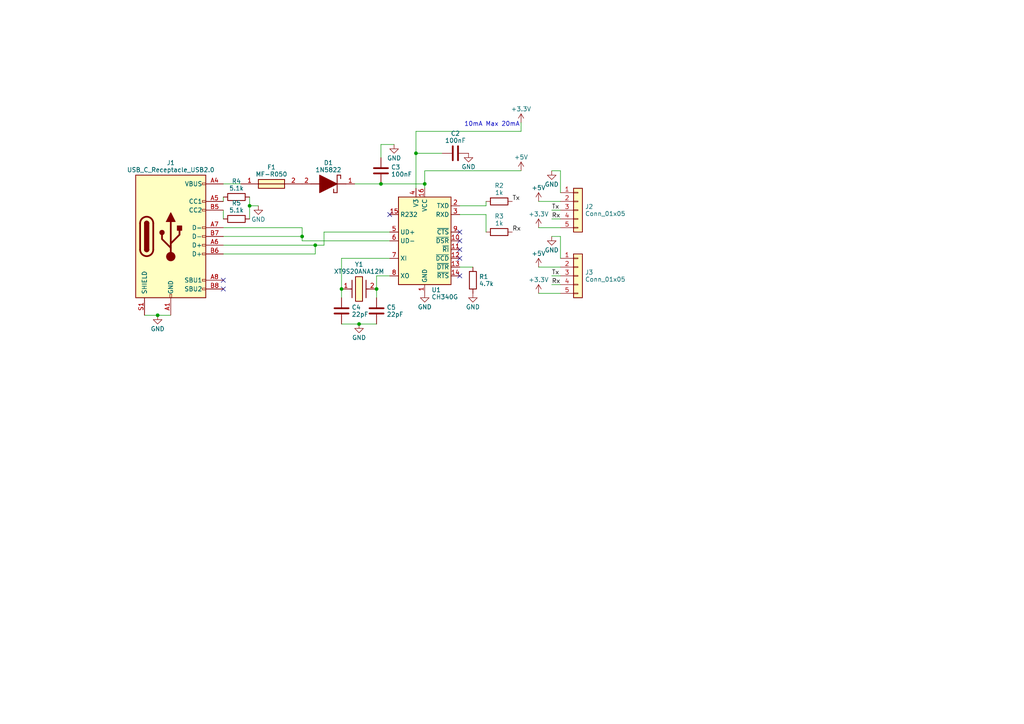
<source format=kicad_sch>
(kicad_sch (version 20230121) (generator eeschema)

  (uuid 29cc80e4-3e31-4a39-9347-8a96ce04d227)

  (paper "A4")

  (lib_symbols
    (symbol "Connector:USB_C_Receptacle_USB2.0" (pin_names (offset 1.016)) (in_bom yes) (on_board yes)
      (property "Reference" "J" (at -10.16 19.05 0)
        (effects (font (size 1.27 1.27)) (justify left))
      )
      (property "Value" "USB_C_Receptacle_USB2.0" (at 19.05 19.05 0)
        (effects (font (size 1.27 1.27)) (justify right))
      )
      (property "Footprint" "" (at 3.81 0 0)
        (effects (font (size 1.27 1.27)) hide)
      )
      (property "Datasheet" "https://www.usb.org/sites/default/files/documents/usb_type-c.zip" (at 3.81 0 0)
        (effects (font (size 1.27 1.27)) hide)
      )
      (property "ki_keywords" "usb universal serial bus type-C USB2.0" (at 0 0 0)
        (effects (font (size 1.27 1.27)) hide)
      )
      (property "ki_description" "USB 2.0-only Type-C Receptacle connector" (at 0 0 0)
        (effects (font (size 1.27 1.27)) hide)
      )
      (property "ki_fp_filters" "USB*C*Receptacle*" (at 0 0 0)
        (effects (font (size 1.27 1.27)) hide)
      )
      (symbol "USB_C_Receptacle_USB2.0_0_0"
        (rectangle (start -0.254 -17.78) (end 0.254 -16.764)
          (stroke (width 0) (type default))
          (fill (type none))
        )
        (rectangle (start 10.16 -14.986) (end 9.144 -15.494)
          (stroke (width 0) (type default))
          (fill (type none))
        )
        (rectangle (start 10.16 -12.446) (end 9.144 -12.954)
          (stroke (width 0) (type default))
          (fill (type none))
        )
        (rectangle (start 10.16 -4.826) (end 9.144 -5.334)
          (stroke (width 0) (type default))
          (fill (type none))
        )
        (rectangle (start 10.16 -2.286) (end 9.144 -2.794)
          (stroke (width 0) (type default))
          (fill (type none))
        )
        (rectangle (start 10.16 0.254) (end 9.144 -0.254)
          (stroke (width 0) (type default))
          (fill (type none))
        )
        (rectangle (start 10.16 2.794) (end 9.144 2.286)
          (stroke (width 0) (type default))
          (fill (type none))
        )
        (rectangle (start 10.16 7.874) (end 9.144 7.366)
          (stroke (width 0) (type default))
          (fill (type none))
        )
        (rectangle (start 10.16 10.414) (end 9.144 9.906)
          (stroke (width 0) (type default))
          (fill (type none))
        )
        (rectangle (start 10.16 15.494) (end 9.144 14.986)
          (stroke (width 0) (type default))
          (fill (type none))
        )
      )
      (symbol "USB_C_Receptacle_USB2.0_0_1"
        (rectangle (start -10.16 17.78) (end 10.16 -17.78)
          (stroke (width 0.254) (type default))
          (fill (type background))
        )
        (arc (start -8.89 -3.81) (mid -6.985 -5.7067) (end -5.08 -3.81)
          (stroke (width 0.508) (type default))
          (fill (type none))
        )
        (arc (start -7.62 -3.81) (mid -6.985 -4.4423) (end -6.35 -3.81)
          (stroke (width 0.254) (type default))
          (fill (type none))
        )
        (arc (start -7.62 -3.81) (mid -6.985 -4.4423) (end -6.35 -3.81)
          (stroke (width 0.254) (type default))
          (fill (type outline))
        )
        (rectangle (start -7.62 -3.81) (end -6.35 3.81)
          (stroke (width 0.254) (type default))
          (fill (type outline))
        )
        (arc (start -6.35 3.81) (mid -6.985 4.4423) (end -7.62 3.81)
          (stroke (width 0.254) (type default))
          (fill (type none))
        )
        (arc (start -6.35 3.81) (mid -6.985 4.4423) (end -7.62 3.81)
          (stroke (width 0.254) (type default))
          (fill (type outline))
        )
        (arc (start -5.08 3.81) (mid -6.985 5.7067) (end -8.89 3.81)
          (stroke (width 0.508) (type default))
          (fill (type none))
        )
        (circle (center -2.54 1.143) (radius 0.635)
          (stroke (width 0.254) (type default))
          (fill (type outline))
        )
        (circle (center 0 -5.842) (radius 1.27)
          (stroke (width 0) (type default))
          (fill (type outline))
        )
        (polyline
          (pts
            (xy -8.89 -3.81)
            (xy -8.89 3.81)
          )
          (stroke (width 0.508) (type default))
          (fill (type none))
        )
        (polyline
          (pts
            (xy -5.08 3.81)
            (xy -5.08 -3.81)
          )
          (stroke (width 0.508) (type default))
          (fill (type none))
        )
        (polyline
          (pts
            (xy 0 -5.842)
            (xy 0 4.318)
          )
          (stroke (width 0.508) (type default))
          (fill (type none))
        )
        (polyline
          (pts
            (xy 0 -3.302)
            (xy -2.54 -0.762)
            (xy -2.54 0.508)
          )
          (stroke (width 0.508) (type default))
          (fill (type none))
        )
        (polyline
          (pts
            (xy 0 -2.032)
            (xy 2.54 0.508)
            (xy 2.54 1.778)
          )
          (stroke (width 0.508) (type default))
          (fill (type none))
        )
        (polyline
          (pts
            (xy -1.27 4.318)
            (xy 0 6.858)
            (xy 1.27 4.318)
            (xy -1.27 4.318)
          )
          (stroke (width 0.254) (type default))
          (fill (type outline))
        )
        (rectangle (start 1.905 1.778) (end 3.175 3.048)
          (stroke (width 0.254) (type default))
          (fill (type outline))
        )
      )
      (symbol "USB_C_Receptacle_USB2.0_1_1"
        (pin passive line (at 0 -22.86 90) (length 5.08)
          (name "GND" (effects (font (size 1.27 1.27))))
          (number "A1" (effects (font (size 1.27 1.27))))
        )
        (pin passive line (at 0 -22.86 90) (length 5.08) hide
          (name "GND" (effects (font (size 1.27 1.27))))
          (number "A12" (effects (font (size 1.27 1.27))))
        )
        (pin passive line (at 15.24 15.24 180) (length 5.08)
          (name "VBUS" (effects (font (size 1.27 1.27))))
          (number "A4" (effects (font (size 1.27 1.27))))
        )
        (pin bidirectional line (at 15.24 10.16 180) (length 5.08)
          (name "CC1" (effects (font (size 1.27 1.27))))
          (number "A5" (effects (font (size 1.27 1.27))))
        )
        (pin bidirectional line (at 15.24 -2.54 180) (length 5.08)
          (name "D+" (effects (font (size 1.27 1.27))))
          (number "A6" (effects (font (size 1.27 1.27))))
        )
        (pin bidirectional line (at 15.24 2.54 180) (length 5.08)
          (name "D-" (effects (font (size 1.27 1.27))))
          (number "A7" (effects (font (size 1.27 1.27))))
        )
        (pin bidirectional line (at 15.24 -12.7 180) (length 5.08)
          (name "SBU1" (effects (font (size 1.27 1.27))))
          (number "A8" (effects (font (size 1.27 1.27))))
        )
        (pin passive line (at 15.24 15.24 180) (length 5.08) hide
          (name "VBUS" (effects (font (size 1.27 1.27))))
          (number "A9" (effects (font (size 1.27 1.27))))
        )
        (pin passive line (at 0 -22.86 90) (length 5.08) hide
          (name "GND" (effects (font (size 1.27 1.27))))
          (number "B1" (effects (font (size 1.27 1.27))))
        )
        (pin passive line (at 0 -22.86 90) (length 5.08) hide
          (name "GND" (effects (font (size 1.27 1.27))))
          (number "B12" (effects (font (size 1.27 1.27))))
        )
        (pin passive line (at 15.24 15.24 180) (length 5.08) hide
          (name "VBUS" (effects (font (size 1.27 1.27))))
          (number "B4" (effects (font (size 1.27 1.27))))
        )
        (pin bidirectional line (at 15.24 7.62 180) (length 5.08)
          (name "CC2" (effects (font (size 1.27 1.27))))
          (number "B5" (effects (font (size 1.27 1.27))))
        )
        (pin bidirectional line (at 15.24 -5.08 180) (length 5.08)
          (name "D+" (effects (font (size 1.27 1.27))))
          (number "B6" (effects (font (size 1.27 1.27))))
        )
        (pin bidirectional line (at 15.24 0 180) (length 5.08)
          (name "D-" (effects (font (size 1.27 1.27))))
          (number "B7" (effects (font (size 1.27 1.27))))
        )
        (pin bidirectional line (at 15.24 -15.24 180) (length 5.08)
          (name "SBU2" (effects (font (size 1.27 1.27))))
          (number "B8" (effects (font (size 1.27 1.27))))
        )
        (pin passive line (at 15.24 15.24 180) (length 5.08) hide
          (name "VBUS" (effects (font (size 1.27 1.27))))
          (number "B9" (effects (font (size 1.27 1.27))))
        )
        (pin passive line (at -7.62 -22.86 90) (length 5.08)
          (name "SHIELD" (effects (font (size 1.27 1.27))))
          (number "S1" (effects (font (size 1.27 1.27))))
        )
      )
    )
    (symbol "Connector_Generic:Conn_01x05" (pin_names (offset 1.016) hide) (in_bom yes) (on_board yes)
      (property "Reference" "J" (at 0 7.62 0)
        (effects (font (size 1.27 1.27)))
      )
      (property "Value" "Conn_01x05" (at 0 -7.62 0)
        (effects (font (size 1.27 1.27)))
      )
      (property "Footprint" "" (at 0 0 0)
        (effects (font (size 1.27 1.27)) hide)
      )
      (property "Datasheet" "~" (at 0 0 0)
        (effects (font (size 1.27 1.27)) hide)
      )
      (property "ki_keywords" "connector" (at 0 0 0)
        (effects (font (size 1.27 1.27)) hide)
      )
      (property "ki_description" "Generic connector, single row, 01x05, script generated (kicad-library-utils/schlib/autogen/connector/)" (at 0 0 0)
        (effects (font (size 1.27 1.27)) hide)
      )
      (property "ki_fp_filters" "Connector*:*_1x??_*" (at 0 0 0)
        (effects (font (size 1.27 1.27)) hide)
      )
      (symbol "Conn_01x05_1_1"
        (rectangle (start -1.27 -4.953) (end 0 -5.207)
          (stroke (width 0.1524) (type default))
          (fill (type none))
        )
        (rectangle (start -1.27 -2.413) (end 0 -2.667)
          (stroke (width 0.1524) (type default))
          (fill (type none))
        )
        (rectangle (start -1.27 0.127) (end 0 -0.127)
          (stroke (width 0.1524) (type default))
          (fill (type none))
        )
        (rectangle (start -1.27 2.667) (end 0 2.413)
          (stroke (width 0.1524) (type default))
          (fill (type none))
        )
        (rectangle (start -1.27 5.207) (end 0 4.953)
          (stroke (width 0.1524) (type default))
          (fill (type none))
        )
        (rectangle (start -1.27 6.35) (end 1.27 -6.35)
          (stroke (width 0.254) (type default))
          (fill (type background))
        )
        (pin passive line (at -5.08 5.08 0) (length 3.81)
          (name "Pin_1" (effects (font (size 1.27 1.27))))
          (number "1" (effects (font (size 1.27 1.27))))
        )
        (pin passive line (at -5.08 2.54 0) (length 3.81)
          (name "Pin_2" (effects (font (size 1.27 1.27))))
          (number "2" (effects (font (size 1.27 1.27))))
        )
        (pin passive line (at -5.08 0 0) (length 3.81)
          (name "Pin_3" (effects (font (size 1.27 1.27))))
          (number "3" (effects (font (size 1.27 1.27))))
        )
        (pin passive line (at -5.08 -2.54 0) (length 3.81)
          (name "Pin_4" (effects (font (size 1.27 1.27))))
          (number "4" (effects (font (size 1.27 1.27))))
        )
        (pin passive line (at -5.08 -5.08 0) (length 3.81)
          (name "Pin_5" (effects (font (size 1.27 1.27))))
          (number "5" (effects (font (size 1.27 1.27))))
        )
      )
    )
    (symbol "Device:C" (pin_numbers hide) (pin_names (offset 0.254)) (in_bom yes) (on_board yes)
      (property "Reference" "C" (at 0.635 2.54 0)
        (effects (font (size 1.27 1.27)) (justify left))
      )
      (property "Value" "C" (at 0.635 -2.54 0)
        (effects (font (size 1.27 1.27)) (justify left))
      )
      (property "Footprint" "" (at 0.9652 -3.81 0)
        (effects (font (size 1.27 1.27)) hide)
      )
      (property "Datasheet" "~" (at 0 0 0)
        (effects (font (size 1.27 1.27)) hide)
      )
      (property "ki_keywords" "cap capacitor" (at 0 0 0)
        (effects (font (size 1.27 1.27)) hide)
      )
      (property "ki_description" "Unpolarized capacitor" (at 0 0 0)
        (effects (font (size 1.27 1.27)) hide)
      )
      (property "ki_fp_filters" "C_*" (at 0 0 0)
        (effects (font (size 1.27 1.27)) hide)
      )
      (symbol "C_0_1"
        (polyline
          (pts
            (xy -2.032 -0.762)
            (xy 2.032 -0.762)
          )
          (stroke (width 0.508) (type default))
          (fill (type none))
        )
        (polyline
          (pts
            (xy -2.032 0.762)
            (xy 2.032 0.762)
          )
          (stroke (width 0.508) (type default))
          (fill (type none))
        )
      )
      (symbol "C_1_1"
        (pin passive line (at 0 3.81 270) (length 2.794)
          (name "~" (effects (font (size 1.27 1.27))))
          (number "1" (effects (font (size 1.27 1.27))))
        )
        (pin passive line (at 0 -3.81 90) (length 2.794)
          (name "~" (effects (font (size 1.27 1.27))))
          (number "2" (effects (font (size 1.27 1.27))))
        )
      )
    )
    (symbol "Device:R" (pin_numbers hide) (pin_names (offset 0)) (in_bom yes) (on_board yes)
      (property "Reference" "R" (at 2.032 0 90)
        (effects (font (size 1.27 1.27)))
      )
      (property "Value" "R" (at 0 0 90)
        (effects (font (size 1.27 1.27)))
      )
      (property "Footprint" "" (at -1.778 0 90)
        (effects (font (size 1.27 1.27)) hide)
      )
      (property "Datasheet" "~" (at 0 0 0)
        (effects (font (size 1.27 1.27)) hide)
      )
      (property "ki_keywords" "R res resistor" (at 0 0 0)
        (effects (font (size 1.27 1.27)) hide)
      )
      (property "ki_description" "Resistor" (at 0 0 0)
        (effects (font (size 1.27 1.27)) hide)
      )
      (property "ki_fp_filters" "R_*" (at 0 0 0)
        (effects (font (size 1.27 1.27)) hide)
      )
      (symbol "R_0_1"
        (rectangle (start -1.016 -2.54) (end 1.016 2.54)
          (stroke (width 0.254) (type default))
          (fill (type none))
        )
      )
      (symbol "R_1_1"
        (pin passive line (at 0 3.81 270) (length 1.27)
          (name "~" (effects (font (size 1.27 1.27))))
          (number "1" (effects (font (size 1.27 1.27))))
        )
        (pin passive line (at 0 -3.81 90) (length 1.27)
          (name "~" (effects (font (size 1.27 1.27))))
          (number "2" (effects (font (size 1.27 1.27))))
        )
      )
    )
    (symbol "Fuse-MF-R050:MF-R050" (pin_names hide) (in_bom yes) (on_board yes)
      (property "Reference" "F" (at 13.97 6.35 0)
        (effects (font (size 1.27 1.27)) (justify left top))
      )
      (property "Value" "MF-R050" (at 13.97 3.81 0)
        (effects (font (size 1.27 1.27)) (justify left top))
      )
      (property "Footprint" "MFR050" (at 13.97 -96.19 0)
        (effects (font (size 1.27 1.27)) (justify left top) hide)
      )
      (property "Datasheet" "https://www.bourns.com/pdfs/mfr.pdf" (at 13.97 -196.19 0)
        (effects (font (size 1.27 1.27)) (justify left top) hide)
      )
      (property "Height" "13.7" (at 13.97 -396.19 0)
        (effects (font (size 1.27 1.27)) (justify left top) hide)
      )
      (property "Manufacturer_Name" "Bourns" (at 13.97 -496.19 0)
        (effects (font (size 1.27 1.27)) (justify left top) hide)
      )
      (property "Manufacturer_Part_Number" "MF-R050" (at 13.97 -596.19 0)
        (effects (font (size 1.27 1.27)) (justify left top) hide)
      )
      (property "Mouser Part Number" "652-MFR050" (at 13.97 -696.19 0)
        (effects (font (size 1.27 1.27)) (justify left top) hide)
      )
      (property "Mouser Price/Stock" "https://www.mouser.co.uk/ProductDetail/Bourns/MF-R050?qs=A6omU7D3gEWzJRzbTsuTwA%3D%3D" (at 13.97 -796.19 0)
        (effects (font (size 1.27 1.27)) (justify left top) hide)
      )
      (property "Arrow Part Number" "MF-R050" (at 13.97 -896.19 0)
        (effects (font (size 1.27 1.27)) (justify left top) hide)
      )
      (property "Arrow Price/Stock" "https://www.arrow.com/en/products/mf-r050/bourns?region=europe" (at 13.97 -996.19 0)
        (effects (font (size 1.27 1.27)) (justify left top) hide)
      )
      (property "ki_description" "Bourns 0.5A Hold current, Radial Leaded PCB Mount Resettable Fuse, 60V" (at 0 0 0)
        (effects (font (size 1.27 1.27)) hide)
      )
      (symbol "MF-R050_1_1"
        (polyline
          (pts
            (xy 5.08 0)
            (xy 12.7 0)
          )
          (stroke (width 0.254) (type default))
          (fill (type none))
        )
        (rectangle (start 5.08 1.27) (end 12.7 -1.27)
          (stroke (width 0.254) (type default))
          (fill (type background))
        )
        (pin passive line (at 0 0 0) (length 5.08)
          (name "1" (effects (font (size 1.27 1.27))))
          (number "1" (effects (font (size 1.27 1.27))))
        )
        (pin passive line (at 17.78 0 180) (length 5.08)
          (name "2" (effects (font (size 1.27 1.27))))
          (number "2" (effects (font (size 1.27 1.27))))
        )
      )
    )
    (symbol "Interface_USB:CH340G" (in_bom yes) (on_board yes)
      (property "Reference" "U" (at -5.08 13.97 0)
        (effects (font (size 1.27 1.27)) (justify right))
      )
      (property "Value" "CH340G" (at 1.27 13.97 0)
        (effects (font (size 1.27 1.27)) (justify left))
      )
      (property "Footprint" "Package_SO:SOIC-16_3.9x9.9mm_P1.27mm" (at 1.27 -13.97 0)
        (effects (font (size 1.27 1.27)) (justify left) hide)
      )
      (property "Datasheet" "http://www.datasheet5.com/pdf-local-2195953" (at -8.89 20.32 0)
        (effects (font (size 1.27 1.27)) hide)
      )
      (property "ki_keywords" "USB UART Serial Converter Interface" (at 0 0 0)
        (effects (font (size 1.27 1.27)) hide)
      )
      (property "ki_description" "USB serial converter, UART, SOIC-16" (at 0 0 0)
        (effects (font (size 1.27 1.27)) hide)
      )
      (property "ki_fp_filters" "SOIC*3.9x9.9mm*P1.27mm*" (at 0 0 0)
        (effects (font (size 1.27 1.27)) hide)
      )
      (symbol "CH340G_0_1"
        (rectangle (start -7.62 12.7) (end 7.62 -12.7)
          (stroke (width 0.254) (type default))
          (fill (type background))
        )
      )
      (symbol "CH340G_1_1"
        (pin power_in line (at 0 -15.24 90) (length 2.54)
          (name "GND" (effects (font (size 1.27 1.27))))
          (number "1" (effects (font (size 1.27 1.27))))
        )
        (pin input line (at 10.16 0 180) (length 2.54)
          (name "~{DSR}" (effects (font (size 1.27 1.27))))
          (number "10" (effects (font (size 1.27 1.27))))
        )
        (pin input line (at 10.16 -2.54 180) (length 2.54)
          (name "~{RI}" (effects (font (size 1.27 1.27))))
          (number "11" (effects (font (size 1.27 1.27))))
        )
        (pin input line (at 10.16 -5.08 180) (length 2.54)
          (name "~{DCD}" (effects (font (size 1.27 1.27))))
          (number "12" (effects (font (size 1.27 1.27))))
        )
        (pin output line (at 10.16 -7.62 180) (length 2.54)
          (name "~{DTR}" (effects (font (size 1.27 1.27))))
          (number "13" (effects (font (size 1.27 1.27))))
        )
        (pin output line (at 10.16 -10.16 180) (length 2.54)
          (name "~{RTS}" (effects (font (size 1.27 1.27))))
          (number "14" (effects (font (size 1.27 1.27))))
        )
        (pin input line (at -10.16 7.62 0) (length 2.54)
          (name "R232" (effects (font (size 1.27 1.27))))
          (number "15" (effects (font (size 1.27 1.27))))
        )
        (pin power_in line (at 0 15.24 270) (length 2.54)
          (name "VCC" (effects (font (size 1.27 1.27))))
          (number "16" (effects (font (size 1.27 1.27))))
        )
        (pin output line (at 10.16 10.16 180) (length 2.54)
          (name "TXD" (effects (font (size 1.27 1.27))))
          (number "2" (effects (font (size 1.27 1.27))))
        )
        (pin input line (at 10.16 7.62 180) (length 2.54)
          (name "RXD" (effects (font (size 1.27 1.27))))
          (number "3" (effects (font (size 1.27 1.27))))
        )
        (pin passive line (at -2.54 15.24 270) (length 2.54)
          (name "V3" (effects (font (size 1.27 1.27))))
          (number "4" (effects (font (size 1.27 1.27))))
        )
        (pin bidirectional line (at -10.16 2.54 0) (length 2.54)
          (name "UD+" (effects (font (size 1.27 1.27))))
          (number "5" (effects (font (size 1.27 1.27))))
        )
        (pin bidirectional line (at -10.16 0 0) (length 2.54)
          (name "UD-" (effects (font (size 1.27 1.27))))
          (number "6" (effects (font (size 1.27 1.27))))
        )
        (pin input line (at -10.16 -5.08 0) (length 2.54)
          (name "XI" (effects (font (size 1.27 1.27))))
          (number "7" (effects (font (size 1.27 1.27))))
        )
        (pin output line (at -10.16 -10.16 0) (length 2.54)
          (name "XO" (effects (font (size 1.27 1.27))))
          (number "8" (effects (font (size 1.27 1.27))))
        )
        (pin input line (at 10.16 2.54 180) (length 2.54)
          (name "~{CTS}" (effects (font (size 1.27 1.27))))
          (number "9" (effects (font (size 1.27 1.27))))
        )
      )
    )
    (symbol "XT9S20ANA12M:XT9S20ANA12M" (pin_names hide) (in_bom yes) (on_board yes)
      (property "Reference" "Y" (at 8.89 6.35 0)
        (effects (font (size 1.27 1.27)) (justify left top))
      )
      (property "Value" "XT9S20ANA12M" (at 8.89 3.81 0)
        (effects (font (size 1.27 1.27)) (justify left top))
      )
      (property "Footprint" "XT9S20ANA12M" (at 8.89 -96.19 0)
        (effects (font (size 1.27 1.27)) (justify left top) hide)
      )
      (property "Datasheet" "" (at 8.89 -196.19 0)
        (effects (font (size 1.27 1.27)) (justify left top) hide)
      )
      (property "Height" "3.5" (at 8.89 -396.19 0)
        (effects (font (size 1.27 1.27)) (justify left top) hide)
      )
      (property "Mouser Part Number" "73-XT49S1200-20" (at 8.89 -496.19 0)
        (effects (font (size 1.27 1.27)) (justify left top) hide)
      )
      (property "Mouser Price/Stock" "https://www.mouser.co.uk/ProductDetail/Vishay-Dale/XT9S20ANA12M?qs=dEWVFCiHFQU3RvQOkgKjqw%3D%3D" (at 8.89 -596.19 0)
        (effects (font (size 1.27 1.27)) (justify left top) hide)
      )
      (property "Manufacturer_Name" "Vishay" (at 8.89 -696.19 0)
        (effects (font (size 1.27 1.27)) (justify left top) hide)
      )
      (property "Manufacturer_Part_Number" "XT9S20ANA12M" (at 8.89 -796.19 0)
        (effects (font (size 1.27 1.27)) (justify left top) hide)
      )
      (property "ki_description" "Crystals 12MHz 20pF" (at 0 0 0)
        (effects (font (size 1.27 1.27)) hide)
      )
      (symbol "XT9S20ANA12M_1_1"
        (polyline
          (pts
            (xy 3.048 0)
            (xy 2.54 0)
          )
          (stroke (width 0.254) (type default))
          (fill (type none))
        )
        (polyline
          (pts
            (xy 3.048 2.54)
            (xy 3.048 -2.54)
          )
          (stroke (width 0.254) (type default))
          (fill (type none))
        )
        (polyline
          (pts
            (xy 7.112 0)
            (xy 7.62 0)
          )
          (stroke (width 0.254) (type default))
          (fill (type none))
        )
        (polyline
          (pts
            (xy 7.112 2.54)
            (xy 7.112 -2.54)
          )
          (stroke (width 0.254) (type default))
          (fill (type none))
        )
        (rectangle (start 4.064 3.556) (end 6.096 -3.556)
          (stroke (width 0.254) (type default))
          (fill (type background))
        )
        (pin passive line (at 0 0 0) (length 2.54)
          (name "1" (effects (font (size 1.27 1.27))))
          (number "1" (effects (font (size 1.27 1.27))))
        )
        (pin passive line (at 10.16 0 180) (length 2.54)
          (name "2" (effects (font (size 1.27 1.27))))
          (number "2" (effects (font (size 1.27 1.27))))
        )
      )
    )
    (symbol "Zenerdiode_1N5822:1N5822" (pin_names hide) (in_bom yes) (on_board yes)
      (property "Reference" "D" (at 12.7 8.89 0)
        (effects (font (size 1.27 1.27)) (justify left top))
      )
      (property "Value" "1N5822" (at 12.7 6.35 0)
        (effects (font (size 1.27 1.27)) (justify left top))
      )
      (property "Footprint" "DIOAD3070W130L950D530" (at 12.7 -93.65 0)
        (effects (font (size 1.27 1.27)) (justify left top) hide)
      )
      (property "Datasheet" "http://www.st.com/web/en/resource/technical/document/datasheet/CD00001626.pdf" (at 12.7 -193.65 0)
        (effects (font (size 1.27 1.27)) (justify left top) hide)
      )
      (property "Height" "" (at 12.7 -393.65 0)
        (effects (font (size 1.27 1.27)) (justify left top) hide)
      )
      (property "Mouser Part Number" "511-1N5822" (at 12.7 -493.65 0)
        (effects (font (size 1.27 1.27)) (justify left top) hide)
      )
      (property "Mouser Price/Stock" "https://www.mouser.co.uk/ProductDetail/STMicroelectronics/1N5822?qs=JV7lzlMm3yJ50hlrGV6%252BnQ%3D%3D" (at 12.7 -593.65 0)
        (effects (font (size 1.27 1.27)) (justify left top) hide)
      )
      (property "Manufacturer_Name" "STMicroelectronics" (at 12.7 -693.65 0)
        (effects (font (size 1.27 1.27)) (justify left top) hide)
      )
      (property "Manufacturer_Part_Number" "1N5822" (at 12.7 -793.65 0)
        (effects (font (size 1.27 1.27)) (justify left top) hide)
      )
      (property "ki_description" "Schottky Diodes" (at 0 0 0)
        (effects (font (size 1.27 1.27)) hide)
      )
      (symbol "1N5822_1_1"
        (polyline
          (pts
            (xy 5.08 0)
            (xy 7.62 0)
          )
          (stroke (width 0.254) (type default))
          (fill (type none))
        )
        (polyline
          (pts
            (xy 6.604 -1.524)
            (xy 6.604 -2.54)
          )
          (stroke (width 0.254) (type default))
          (fill (type none))
        )
        (polyline
          (pts
            (xy 7.62 -2.54)
            (xy 6.604 -2.54)
          )
          (stroke (width 0.254) (type default))
          (fill (type none))
        )
        (polyline
          (pts
            (xy 7.62 2.54)
            (xy 7.62 -2.54)
          )
          (stroke (width 0.254) (type default))
          (fill (type none))
        )
        (polyline
          (pts
            (xy 7.62 2.54)
            (xy 8.636 2.54)
          )
          (stroke (width 0.254) (type default))
          (fill (type none))
        )
        (polyline
          (pts
            (xy 8.636 1.524)
            (xy 8.636 2.54)
          )
          (stroke (width 0.254) (type default))
          (fill (type none))
        )
        (polyline
          (pts
            (xy 12.7 0)
            (xy 15.24 0)
          )
          (stroke (width 0.254) (type default))
          (fill (type none))
        )
        (polyline
          (pts
            (xy 7.62 0)
            (xy 12.7 2.54)
            (xy 12.7 -2.54)
            (xy 7.62 0)
          )
          (stroke (width 0.254) (type default))
          (fill (type outline))
        )
        (pin passive line (at 2.54 0 0) (length 2.54)
          (name "K" (effects (font (size 1.27 1.27))))
          (number "1" (effects (font (size 1.27 1.27))))
        )
        (pin passive line (at 17.78 0 180) (length 2.54)
          (name "A" (effects (font (size 1.27 1.27))))
          (number "2" (effects (font (size 1.27 1.27))))
        )
      )
    )
    (symbol "power:+3.3V" (power) (pin_names (offset 0)) (in_bom yes) (on_board yes)
      (property "Reference" "#PWR" (at 0 -3.81 0)
        (effects (font (size 1.27 1.27)) hide)
      )
      (property "Value" "+3.3V" (at 0 3.556 0)
        (effects (font (size 1.27 1.27)))
      )
      (property "Footprint" "" (at 0 0 0)
        (effects (font (size 1.27 1.27)) hide)
      )
      (property "Datasheet" "" (at 0 0 0)
        (effects (font (size 1.27 1.27)) hide)
      )
      (property "ki_keywords" "global power" (at 0 0 0)
        (effects (font (size 1.27 1.27)) hide)
      )
      (property "ki_description" "Power symbol creates a global label with name \"+3.3V\"" (at 0 0 0)
        (effects (font (size 1.27 1.27)) hide)
      )
      (symbol "+3.3V_0_1"
        (polyline
          (pts
            (xy -0.762 1.27)
            (xy 0 2.54)
          )
          (stroke (width 0) (type default))
          (fill (type none))
        )
        (polyline
          (pts
            (xy 0 0)
            (xy 0 2.54)
          )
          (stroke (width 0) (type default))
          (fill (type none))
        )
        (polyline
          (pts
            (xy 0 2.54)
            (xy 0.762 1.27)
          )
          (stroke (width 0) (type default))
          (fill (type none))
        )
      )
      (symbol "+3.3V_1_1"
        (pin power_in line (at 0 0 90) (length 0) hide
          (name "+3.3V" (effects (font (size 1.27 1.27))))
          (number "1" (effects (font (size 1.27 1.27))))
        )
      )
    )
    (symbol "power:+5V" (power) (pin_names (offset 0)) (in_bom yes) (on_board yes)
      (property "Reference" "#PWR" (at 0 -3.81 0)
        (effects (font (size 1.27 1.27)) hide)
      )
      (property "Value" "+5V" (at 0 3.556 0)
        (effects (font (size 1.27 1.27)))
      )
      (property "Footprint" "" (at 0 0 0)
        (effects (font (size 1.27 1.27)) hide)
      )
      (property "Datasheet" "" (at 0 0 0)
        (effects (font (size 1.27 1.27)) hide)
      )
      (property "ki_keywords" "global power" (at 0 0 0)
        (effects (font (size 1.27 1.27)) hide)
      )
      (property "ki_description" "Power symbol creates a global label with name \"+5V\"" (at 0 0 0)
        (effects (font (size 1.27 1.27)) hide)
      )
      (symbol "+5V_0_1"
        (polyline
          (pts
            (xy -0.762 1.27)
            (xy 0 2.54)
          )
          (stroke (width 0) (type default))
          (fill (type none))
        )
        (polyline
          (pts
            (xy 0 0)
            (xy 0 2.54)
          )
          (stroke (width 0) (type default))
          (fill (type none))
        )
        (polyline
          (pts
            (xy 0 2.54)
            (xy 0.762 1.27)
          )
          (stroke (width 0) (type default))
          (fill (type none))
        )
      )
      (symbol "+5V_1_1"
        (pin power_in line (at 0 0 90) (length 0) hide
          (name "+5V" (effects (font (size 1.27 1.27))))
          (number "1" (effects (font (size 1.27 1.27))))
        )
      )
    )
    (symbol "power:GND" (power) (pin_names (offset 0)) (in_bom yes) (on_board yes)
      (property "Reference" "#PWR" (at 0 -6.35 0)
        (effects (font (size 1.27 1.27)) hide)
      )
      (property "Value" "GND" (at 0 -3.81 0)
        (effects (font (size 1.27 1.27)))
      )
      (property "Footprint" "" (at 0 0 0)
        (effects (font (size 1.27 1.27)) hide)
      )
      (property "Datasheet" "" (at 0 0 0)
        (effects (font (size 1.27 1.27)) hide)
      )
      (property "ki_keywords" "global power" (at 0 0 0)
        (effects (font (size 1.27 1.27)) hide)
      )
      (property "ki_description" "Power symbol creates a global label with name \"GND\" , ground" (at 0 0 0)
        (effects (font (size 1.27 1.27)) hide)
      )
      (symbol "GND_0_1"
        (polyline
          (pts
            (xy 0 0)
            (xy 0 -1.27)
            (xy 1.27 -1.27)
            (xy 0 -2.54)
            (xy -1.27 -1.27)
            (xy 0 -1.27)
          )
          (stroke (width 0) (type default))
          (fill (type none))
        )
      )
      (symbol "GND_1_1"
        (pin power_in line (at 0 0 270) (length 0) hide
          (name "GND" (effects (font (size 1.27 1.27))))
          (number "1" (effects (font (size 1.27 1.27))))
        )
      )
    )
  )

  (junction (at 87.63 68.58) (diameter 0) (color 0 0 0 0)
    (uuid 0657fd54-14bb-44cc-980a-00d27bfae3e0)
  )
  (junction (at 99.06 83.82) (diameter 0) (color 0 0 0 0)
    (uuid 0ae3bc31-f8db-42bd-b9b0-ab70fe38a27f)
  )
  (junction (at 110.49 53.34) (diameter 0) (color 0 0 0 0)
    (uuid 1f670b2c-6bfe-4273-919b-84a58663af27)
  )
  (junction (at 45.72 91.44) (diameter 0) (color 0 0 0 0)
    (uuid 271f231b-f836-4a5a-912e-9b0b2051b556)
  )
  (junction (at 72.39 59.69) (diameter 0) (color 0 0 0 0)
    (uuid 64b07650-d6b0-4fad-85b4-9b2e7c9be734)
  )
  (junction (at 120.65 44.45) (diameter 0) (color 0 0 0 0)
    (uuid 797f98f6-910f-4d84-8d3e-54df3ab58395)
  )
  (junction (at 104.14 93.98) (diameter 0) (color 0 0 0 0)
    (uuid 81e4b011-8c79-4148-95e6-378960b865a4)
  )
  (junction (at 109.22 83.82) (diameter 0) (color 0 0 0 0)
    (uuid a5f11090-70e3-4506-b1b6-f7ac2863bb1a)
  )
  (junction (at 91.44 71.12) (diameter 0) (color 0 0 0 0)
    (uuid b9a2e0c0-81e5-4d52-b10c-6be223122f71)
  )
  (junction (at 123.19 53.34) (diameter 0) (color 0 0 0 0)
    (uuid c52aa149-96aa-4cd7-898b-617656aa69cf)
  )

  (no_connect (at 133.35 69.85) (uuid 2b188209-311e-4ac4-8240-9291bd2b05de))
  (no_connect (at 133.35 72.39) (uuid 3c9fed74-bf57-4d55-8af2-54200c0f15c5))
  (no_connect (at 64.77 83.82) (uuid 487235b5-d7cc-46ac-a0cb-89997c0cbf38))
  (no_connect (at 133.35 80.01) (uuid 57176315-8362-4823-ac78-bcfd6ba4ecae))
  (no_connect (at 133.35 74.93) (uuid 6d113cad-2b67-404c-8221-17afeafe1681))
  (no_connect (at 133.35 67.31) (uuid 783a0504-186c-447e-84cc-d2901e106359))
  (no_connect (at 64.77 81.28) (uuid d03bd5e8-8842-4894-bb38-8b11f306fdbb))
  (no_connect (at 113.03 62.23) (uuid de8dcbe8-a245-4ec4-9dcc-42d1c4173190))

  (wire (pts (xy 133.35 77.47) (xy 137.16 77.47))
    (stroke (width 0) (type default))
    (uuid 035cba0f-5fe4-4663-b3d7-06750f2bf0a5)
  )
  (wire (pts (xy 91.44 73.66) (xy 91.44 71.12))
    (stroke (width 0) (type default))
    (uuid 0435d115-8791-420a-b9fa-afd1c2904053)
  )
  (wire (pts (xy 72.39 57.15) (xy 72.39 59.69))
    (stroke (width 0) (type default))
    (uuid 08acd67c-8e1f-4f66-93f6-b98c83fd4493)
  )
  (wire (pts (xy 120.65 44.45) (xy 128.27 44.45))
    (stroke (width 0) (type default))
    (uuid 0a389250-c9b9-4b78-83d6-2deaceb8acc6)
  )
  (wire (pts (xy 140.97 59.69) (xy 133.35 59.69))
    (stroke (width 0) (type default))
    (uuid 109b97fd-f390-4626-80fb-0106f0f610e0)
  )
  (wire (pts (xy 162.56 49.53) (xy 160.02 49.53))
    (stroke (width 0) (type default))
    (uuid 1103774b-42f5-41a0-ac6f-c4f2c11f5221)
  )
  (wire (pts (xy 87.63 68.58) (xy 64.77 68.58))
    (stroke (width 0) (type default))
    (uuid 1631df04-4201-4dac-8149-704e0c05143e)
  )
  (wire (pts (xy 72.39 59.69) (xy 74.93 59.69))
    (stroke (width 0) (type default))
    (uuid 19b60aed-af06-4e53-8b70-610656539b61)
  )
  (wire (pts (xy 160.02 63.5) (xy 162.56 63.5))
    (stroke (width 0) (type default))
    (uuid 19f211aa-8c5d-423f-9fff-39152b6e7efc)
  )
  (wire (pts (xy 110.49 45.72) (xy 110.49 41.91))
    (stroke (width 0) (type default))
    (uuid 1b8565b7-952b-4f56-a73f-61ec45fe1c79)
  )
  (wire (pts (xy 102.87 53.34) (xy 110.49 53.34))
    (stroke (width 0) (type default))
    (uuid 1c34304a-49b7-4ccd-a429-0d020a5023ff)
  )
  (wire (pts (xy 140.97 62.23) (xy 133.35 62.23))
    (stroke (width 0) (type default))
    (uuid 2134a00d-dba7-4fc4-970c-f477505f5b0d)
  )
  (wire (pts (xy 99.06 93.98) (xy 104.14 93.98))
    (stroke (width 0) (type default))
    (uuid 2cbe58fa-6c2f-42c2-aaf1-328e60673bd6)
  )
  (wire (pts (xy 64.77 53.34) (xy 69.85 53.34))
    (stroke (width 0) (type default))
    (uuid 32bedc0e-1cde-4d55-a723-53a7aa01d6bb)
  )
  (wire (pts (xy 113.03 80.01) (xy 109.22 80.01))
    (stroke (width 0) (type default))
    (uuid 330ca51d-5733-4353-82d9-298171d66f5f)
  )
  (wire (pts (xy 113.03 67.31) (xy 93.98 67.31))
    (stroke (width 0) (type default))
    (uuid 44cb9fc7-da01-487b-b5de-d15e48cb2f50)
  )
  (wire (pts (xy 110.49 41.91) (xy 114.3 41.91))
    (stroke (width 0) (type default))
    (uuid 475b0d69-19d4-4303-8205-550a74a3ee4b)
  )
  (wire (pts (xy 64.77 57.15) (xy 64.77 58.42))
    (stroke (width 0) (type default))
    (uuid 4821ae3f-9642-45dc-bcb7-cdc4c0a3dc31)
  )
  (wire (pts (xy 140.97 67.31) (xy 140.97 62.23))
    (stroke (width 0) (type default))
    (uuid 483a6355-4368-477b-8bd9-4356291acc88)
  )
  (wire (pts (xy 109.22 80.01) (xy 109.22 83.82))
    (stroke (width 0) (type default))
    (uuid 4c0975d4-8d17-472b-a754-077521edee36)
  )
  (wire (pts (xy 123.19 54.61) (xy 123.19 53.34))
    (stroke (width 0) (type default))
    (uuid 5adb7fee-fc80-4f18-9e48-df32fb4ac826)
  )
  (wire (pts (xy 160.02 80.01) (xy 162.56 80.01))
    (stroke (width 0) (type default))
    (uuid 62f66006-49ba-4267-be70-28375c6d9fed)
  )
  (wire (pts (xy 120.65 54.61) (xy 120.65 44.45))
    (stroke (width 0) (type default))
    (uuid 65e5b71d-8a60-47b5-b571-f9e40f832012)
  )
  (wire (pts (xy 41.91 91.44) (xy 45.72 91.44))
    (stroke (width 0) (type default))
    (uuid 6fbc2c93-c57e-4431-876d-98967eb5f46f)
  )
  (wire (pts (xy 72.39 59.69) (xy 72.39 63.5))
    (stroke (width 0) (type default))
    (uuid 726bb5e2-79b4-4325-8fcb-7b5b3b628502)
  )
  (wire (pts (xy 160.02 82.55) (xy 162.56 82.55))
    (stroke (width 0) (type default))
    (uuid 7762e6ae-4b7e-477e-a5b3-d85303311072)
  )
  (wire (pts (xy 109.22 83.82) (xy 109.22 86.36))
    (stroke (width 0) (type default))
    (uuid 7b673753-7bb3-4578-8839-8b52aff6520f)
  )
  (wire (pts (xy 123.19 49.53) (xy 151.13 49.53))
    (stroke (width 0) (type default))
    (uuid 8320337a-466c-4b55-b254-a5d8bd9966c4)
  )
  (wire (pts (xy 156.21 58.42) (xy 162.56 58.42))
    (stroke (width 0) (type default))
    (uuid 84d24ced-6d27-4b3f-b335-58860067858c)
  )
  (wire (pts (xy 156.21 77.47) (xy 162.56 77.47))
    (stroke (width 0) (type default))
    (uuid 8a75dd57-3c56-42d8-bd9a-e0f21b42c457)
  )
  (wire (pts (xy 156.21 85.09) (xy 162.56 85.09))
    (stroke (width 0) (type default))
    (uuid 92e6ebb7-cf7b-44aa-91e6-eab1ad6308f2)
  )
  (wire (pts (xy 156.21 66.04) (xy 162.56 66.04))
    (stroke (width 0) (type default))
    (uuid 95074163-b546-41ed-a369-7473da266b4a)
  )
  (wire (pts (xy 99.06 74.93) (xy 99.06 83.82))
    (stroke (width 0) (type default))
    (uuid 95a60be9-2eb0-410a-87ce-810e6995cbc6)
  )
  (wire (pts (xy 162.56 68.58) (xy 160.02 68.58))
    (stroke (width 0) (type default))
    (uuid 98f9f8c4-b8c6-4eaa-b717-388abe841ea6)
  )
  (wire (pts (xy 123.19 49.53) (xy 123.19 53.34))
    (stroke (width 0) (type default))
    (uuid 9b47bf4d-f6dc-4b1d-bd57-ba9b94d475f8)
  )
  (wire (pts (xy 120.65 38.1) (xy 120.65 44.45))
    (stroke (width 0) (type default))
    (uuid 9ead768a-f192-4568-89da-2a5398db53e6)
  )
  (wire (pts (xy 87.63 66.04) (xy 87.63 68.58))
    (stroke (width 0) (type default))
    (uuid 9fcae441-7f0e-409f-b4c3-d76cc53d551f)
  )
  (wire (pts (xy 93.98 71.12) (xy 91.44 71.12))
    (stroke (width 0) (type default))
    (uuid a0c5c52e-d615-464e-9ec8-1f77f5d5b8fa)
  )
  (wire (pts (xy 64.77 63.5) (xy 64.77 60.96))
    (stroke (width 0) (type default))
    (uuid a3ce289d-a112-4f0f-aa5a-5b8d44460e73)
  )
  (wire (pts (xy 87.63 66.04) (xy 64.77 66.04))
    (stroke (width 0) (type default))
    (uuid af247f6e-2c0b-483f-ad13-e5ea5b783a8f)
  )
  (wire (pts (xy 160.02 60.96) (xy 162.56 60.96))
    (stroke (width 0) (type default))
    (uuid b6259835-9425-40e3-a3f5-ba76daadf568)
  )
  (wire (pts (xy 140.97 58.42) (xy 140.97 59.69))
    (stroke (width 0) (type default))
    (uuid b760c11b-6591-42e8-a7a9-26df6a86821f)
  )
  (wire (pts (xy 113.03 69.85) (xy 87.63 69.85))
    (stroke (width 0) (type default))
    (uuid baf91760-33a5-430f-982a-d080f2683b5b)
  )
  (wire (pts (xy 151.13 35.56) (xy 151.13 38.1))
    (stroke (width 0) (type default))
    (uuid bd1ad855-90e9-4a7a-8de6-ec49d3e943b0)
  )
  (wire (pts (xy 99.06 83.82) (xy 99.06 86.36))
    (stroke (width 0) (type default))
    (uuid c7a51888-9447-4731-957d-460f25880d17)
  )
  (wire (pts (xy 110.49 53.34) (xy 123.19 53.34))
    (stroke (width 0) (type default))
    (uuid c99df66c-667e-422f-8cb8-e95af9ad0d9c)
  )
  (wire (pts (xy 162.56 68.58) (xy 162.56 74.93))
    (stroke (width 0) (type default))
    (uuid ccc270f1-0d38-472d-8d15-4a2845261a49)
  )
  (wire (pts (xy 120.65 38.1) (xy 151.13 38.1))
    (stroke (width 0) (type default))
    (uuid ccc4ec01-663e-4ffd-b57b-d2ebd9033a89)
  )
  (wire (pts (xy 64.77 71.12) (xy 91.44 71.12))
    (stroke (width 0) (type default))
    (uuid d926920f-5364-45b6-9137-4407d1f15b78)
  )
  (wire (pts (xy 162.56 49.53) (xy 162.56 55.88))
    (stroke (width 0) (type default))
    (uuid e2e6ba40-ede8-4eb1-be92-ca44c16e106a)
  )
  (wire (pts (xy 87.63 68.58) (xy 87.63 69.85))
    (stroke (width 0) (type default))
    (uuid e40877b6-48b7-4bac-a6a2-79913bd72a63)
  )
  (wire (pts (xy 93.98 67.31) (xy 93.98 71.12))
    (stroke (width 0) (type default))
    (uuid e7267f5c-3816-442c-913d-7801fc459a7e)
  )
  (wire (pts (xy 64.77 73.66) (xy 91.44 73.66))
    (stroke (width 0) (type default))
    (uuid e7f5f56d-931d-4635-b609-6147fafde96e)
  )
  (wire (pts (xy 104.14 93.98) (xy 109.22 93.98))
    (stroke (width 0) (type default))
    (uuid f787ce23-055e-438b-be25-598b3b63f4b1)
  )
  (wire (pts (xy 113.03 74.93) (xy 99.06 74.93))
    (stroke (width 0) (type default))
    (uuid fd811cc4-67a8-453a-b678-9a77385fc0e8)
  )
  (wire (pts (xy 45.72 91.44) (xy 49.53 91.44))
    (stroke (width 0) (type default))
    (uuid fe504e2f-32e0-42e3-8921-7f474a76fd82)
  )

  (text "10mA Max 20mA" (at 134.62 36.83 0)
    (effects (font (size 1.27 1.27)) (justify left bottom))
    (uuid ccf979ef-47d6-47b9-b916-bfd05ae16efe)
  )

  (label "Tx" (at 160.02 60.96 0) (fields_autoplaced)
    (effects (font (size 1.27 1.27)) (justify left bottom))
    (uuid 0e86335e-ce65-46fb-8f57-26c8b635022f)
  )
  (label "Rx" (at 148.59 67.31 0) (fields_autoplaced)
    (effects (font (size 1.27 1.27)) (justify left bottom))
    (uuid 3297932c-3d13-40a9-8867-05fe96e46762)
  )
  (label "Rx" (at 160.02 63.5 0) (fields_autoplaced)
    (effects (font (size 1.27 1.27)) (justify left bottom))
    (uuid 732cf44b-c7b0-4ac4-b189-f924cafa0603)
  )
  (label "Rx" (at 160.02 82.55 0) (fields_autoplaced)
    (effects (font (size 1.27 1.27)) (justify left bottom))
    (uuid 7cc5bc15-d3f5-4424-8598-6742c48936cd)
  )
  (label "Tx" (at 148.59 58.42 0) (fields_autoplaced)
    (effects (font (size 1.27 1.27)) (justify left bottom))
    (uuid e23d7236-2cdc-45fb-bd03-5ae013e86837)
  )
  (label "Tx" (at 160.02 80.01 0) (fields_autoplaced)
    (effects (font (size 1.27 1.27)) (justify left bottom))
    (uuid ee0baf47-5188-4d33-9ab5-151597bb0b1c)
  )

  (symbol (lib_id "Device:C") (at 110.49 49.53 180) (unit 1)
    (in_bom yes) (on_board yes) (dnp no) (fields_autoplaced)
    (uuid 07a3c131-9361-414b-bcf4-a230636addd8)
    (property "Reference" "C3" (at 113.411 48.506 0)
      (effects (font (size 1.27 1.27)) (justify right))
    )
    (property "Value" "100nF" (at 113.411 50.554 0)
      (effects (font (size 1.27 1.27)) (justify right))
    )
    (property "Footprint" "Capacitor_THT:CP_Radial_D5.0mm_P2.50mm" (at 109.5248 45.72 0)
      (effects (font (size 1.27 1.27)) hide)
    )
    (property "Datasheet" "~" (at 110.49 49.53 0)
      (effects (font (size 1.27 1.27)) hide)
    )
    (pin "1" (uuid 72fc6d79-ab3e-4c6d-86dc-aaf4be4aa762))
    (pin "2" (uuid 9d7e3061-a88f-4eb6-b865-16dc3ce08d93))
    (instances
      (project "Arduino_Nano_USB_C"
        (path "/29cc80e4-3e31-4a39-9347-8a96ce04d227"
          (reference "C3") (unit 1)
        )
      )
    )
  )

  (symbol (lib_id "Device:C") (at 99.06 90.17 180) (unit 1)
    (in_bom yes) (on_board yes) (dnp no) (fields_autoplaced)
    (uuid 18ecc35e-aba0-4f88-a9c4-ffe0cef32d06)
    (property "Reference" "C4" (at 101.981 89.146 0)
      (effects (font (size 1.27 1.27)) (justify right))
    )
    (property "Value" "22pF" (at 101.981 91.194 0)
      (effects (font (size 1.27 1.27)) (justify right))
    )
    (property "Footprint" "Capacitor_THT:CP_Radial_D5.0mm_P2.50mm" (at 98.0948 86.36 0)
      (effects (font (size 1.27 1.27)) hide)
    )
    (property "Datasheet" "~" (at 99.06 90.17 0)
      (effects (font (size 1.27 1.27)) hide)
    )
    (pin "1" (uuid 6460a05e-10f0-4f52-a95a-c2d5a42d6445))
    (pin "2" (uuid 3f56e673-7b85-48f4-94e8-970690c634c2))
    (instances
      (project "Arduino_Nano_USB_C"
        (path "/29cc80e4-3e31-4a39-9347-8a96ce04d227"
          (reference "C4") (unit 1)
        )
      )
    )
  )

  (symbol (lib_id "power:+5V") (at 156.21 77.47 0) (unit 1)
    (in_bom yes) (on_board yes) (dnp no) (fields_autoplaced)
    (uuid 1efee12e-81b5-4c7d-b8b7-8b202cbee9cb)
    (property "Reference" "#PWR013" (at 156.21 81.28 0)
      (effects (font (size 1.27 1.27)) hide)
    )
    (property "Value" "+5V" (at 156.21 73.525 0)
      (effects (font (size 1.27 1.27)))
    )
    (property "Footprint" "" (at 156.21 77.47 0)
      (effects (font (size 1.27 1.27)) hide)
    )
    (property "Datasheet" "" (at 156.21 77.47 0)
      (effects (font (size 1.27 1.27)) hide)
    )
    (pin "1" (uuid 61bedffd-a934-45d3-9547-989c7b61ea95))
    (instances
      (project "Arduino_Nano_USB_C"
        (path "/29cc80e4-3e31-4a39-9347-8a96ce04d227"
          (reference "#PWR013") (unit 1)
        )
      )
    )
  )

  (symbol (lib_id "power:GND") (at 104.14 93.98 0) (unit 1)
    (in_bom yes) (on_board yes) (dnp no) (fields_autoplaced)
    (uuid 2a8ddfbb-01d2-4f82-a496-025a24d4ab5f)
    (property "Reference" "#PWR05" (at 104.14 100.33 0)
      (effects (font (size 1.27 1.27)) hide)
    )
    (property "Value" "GND" (at 104.14 97.925 0)
      (effects (font (size 1.27 1.27)))
    )
    (property "Footprint" "" (at 104.14 93.98 0)
      (effects (font (size 1.27 1.27)) hide)
    )
    (property "Datasheet" "" (at 104.14 93.98 0)
      (effects (font (size 1.27 1.27)) hide)
    )
    (pin "1" (uuid b96cb3bd-9c2c-4b90-a7c5-29dc1471d1ce))
    (instances
      (project "Arduino_Nano_USB_C"
        (path "/29cc80e4-3e31-4a39-9347-8a96ce04d227"
          (reference "#PWR05") (unit 1)
        )
      )
    )
  )

  (symbol (lib_id "Device:R") (at 68.58 57.15 90) (unit 1)
    (in_bom yes) (on_board yes) (dnp no) (fields_autoplaced)
    (uuid 302ed2bd-d935-4dcd-89c7-7793d0a03ef7)
    (property "Reference" "R4" (at 68.58 52.554 90)
      (effects (font (size 1.27 1.27)))
    )
    (property "Value" "5.1k" (at 68.58 54.602 90)
      (effects (font (size 1.27 1.27)))
    )
    (property "Footprint" "Resistor_THT:R_Axial_DIN0207_L6.3mm_D2.5mm_P7.62mm_Horizontal" (at 68.58 58.928 90)
      (effects (font (size 1.27 1.27)) hide)
    )
    (property "Datasheet" "~" (at 68.58 57.15 0)
      (effects (font (size 1.27 1.27)) hide)
    )
    (pin "1" (uuid 10b99fef-fc98-4e31-ab4f-4d52446fb745))
    (pin "2" (uuid 5716bbcf-5f02-460f-b854-646dec098d66))
    (instances
      (project "Arduino_Nano_USB_C"
        (path "/29cc80e4-3e31-4a39-9347-8a96ce04d227"
          (reference "R4") (unit 1)
        )
      )
    )
  )

  (symbol (lib_id "power:GND") (at 123.19 85.09 0) (unit 1)
    (in_bom yes) (on_board yes) (dnp no) (fields_autoplaced)
    (uuid 31833d26-2bd5-4437-90e7-ec78e3b59e7d)
    (property "Reference" "#PWR02" (at 123.19 91.44 0)
      (effects (font (size 1.27 1.27)) hide)
    )
    (property "Value" "GND" (at 123.19 89.035 0)
      (effects (font (size 1.27 1.27)))
    )
    (property "Footprint" "" (at 123.19 85.09 0)
      (effects (font (size 1.27 1.27)) hide)
    )
    (property "Datasheet" "" (at 123.19 85.09 0)
      (effects (font (size 1.27 1.27)) hide)
    )
    (pin "1" (uuid 4e382905-0bb6-4c14-a3d5-db163f5a2322))
    (instances
      (project "Arduino_Nano_USB_C"
        (path "/29cc80e4-3e31-4a39-9347-8a96ce04d227"
          (reference "#PWR02") (unit 1)
        )
      )
    )
  )

  (symbol (lib_id "Fuse-MF-R050:MF-R050") (at 69.85 53.34 0) (unit 1)
    (in_bom yes) (on_board yes) (dnp no) (fields_autoplaced)
    (uuid 404132d5-efd7-4b51-a507-9a290ac53f71)
    (property "Reference" "F1" (at 78.74 48.49 0)
      (effects (font (size 1.27 1.27)))
    )
    (property "Value" "MF-R050" (at 78.74 50.538 0)
      (effects (font (size 1.27 1.27)))
    )
    (property "Footprint" "Fuse-MF-R050:MFR050" (at 83.82 149.53 0)
      (effects (font (size 1.27 1.27)) (justify left top) hide)
    )
    (property "Datasheet" "https://www.bourns.com/pdfs/mfr.pdf" (at 83.82 249.53 0)
      (effects (font (size 1.27 1.27)) (justify left top) hide)
    )
    (property "Height" "13.7" (at 83.82 449.53 0)
      (effects (font (size 1.27 1.27)) (justify left top) hide)
    )
    (property "Manufacturer_Name" "Bourns" (at 83.82 549.53 0)
      (effects (font (size 1.27 1.27)) (justify left top) hide)
    )
    (property "Manufacturer_Part_Number" "MF-R050" (at 83.82 649.53 0)
      (effects (font (size 1.27 1.27)) (justify left top) hide)
    )
    (property "Mouser Part Number" "652-MFR050" (at 83.82 749.53 0)
      (effects (font (size 1.27 1.27)) (justify left top) hide)
    )
    (property "Mouser Price/Stock" "https://www.mouser.co.uk/ProductDetail/Bourns/MF-R050?qs=A6omU7D3gEWzJRzbTsuTwA%3D%3D" (at 83.82 849.53 0)
      (effects (font (size 1.27 1.27)) (justify left top) hide)
    )
    (property "Arrow Part Number" "MF-R050" (at 83.82 949.53 0)
      (effects (font (size 1.27 1.27)) (justify left top) hide)
    )
    (property "Arrow Price/Stock" "https://www.arrow.com/en/products/mf-r050/bourns?region=europe" (at 83.82 1049.53 0)
      (effects (font (size 1.27 1.27)) (justify left top) hide)
    )
    (pin "1" (uuid dae99c62-f05c-48ec-9216-4e0fcafeb4e0))
    (pin "2" (uuid 84ae79d8-9ce4-44e7-9912-b58b239e2465))
    (instances
      (project "Arduino_Nano_USB_C"
        (path "/29cc80e4-3e31-4a39-9347-8a96ce04d227"
          (reference "F1") (unit 1)
        )
      )
    )
  )

  (symbol (lib_id "power:+5V") (at 151.13 49.53 0) (unit 1)
    (in_bom yes) (on_board yes) (dnp no) (fields_autoplaced)
    (uuid 4a9492cd-efec-463f-b737-f7233506e6e6)
    (property "Reference" "#PWR08" (at 151.13 53.34 0)
      (effects (font (size 1.27 1.27)) hide)
    )
    (property "Value" "+5V" (at 151.13 45.585 0)
      (effects (font (size 1.27 1.27)))
    )
    (property "Footprint" "" (at 151.13 49.53 0)
      (effects (font (size 1.27 1.27)) hide)
    )
    (property "Datasheet" "" (at 151.13 49.53 0)
      (effects (font (size 1.27 1.27)) hide)
    )
    (pin "1" (uuid f645919d-2caa-4328-a395-9aff2d68e756))
    (instances
      (project "Arduino_Nano_USB_C"
        (path "/29cc80e4-3e31-4a39-9347-8a96ce04d227"
          (reference "#PWR08") (unit 1)
        )
      )
    )
  )

  (symbol (lib_id "power:GND") (at 160.02 49.53 0) (unit 1)
    (in_bom yes) (on_board yes) (dnp no) (fields_autoplaced)
    (uuid 4f212911-9925-4020-9167-083f5e0d7b6a)
    (property "Reference" "#PWR010" (at 160.02 55.88 0)
      (effects (font (size 1.27 1.27)) hide)
    )
    (property "Value" "GND" (at 160.02 53.475 0)
      (effects (font (size 1.27 1.27)))
    )
    (property "Footprint" "" (at 160.02 49.53 0)
      (effects (font (size 1.27 1.27)) hide)
    )
    (property "Datasheet" "" (at 160.02 49.53 0)
      (effects (font (size 1.27 1.27)) hide)
    )
    (pin "1" (uuid ecf3b76b-29a1-40ff-94e3-2d0ad1925fa8))
    (instances
      (project "Arduino_Nano_USB_C"
        (path "/29cc80e4-3e31-4a39-9347-8a96ce04d227"
          (reference "#PWR010") (unit 1)
        )
      )
    )
  )

  (symbol (lib_id "Device:R") (at 68.58 63.5 90) (unit 1)
    (in_bom yes) (on_board yes) (dnp no)
    (uuid 5166c67f-b73b-447d-aae8-f896952653d0)
    (property "Reference" "R5" (at 68.58 58.904 90)
      (effects (font (size 1.27 1.27)))
    )
    (property "Value" "5.1k" (at 68.58 60.96 90)
      (effects (font (size 1.27 1.27)))
    )
    (property "Footprint" "Resistor_THT:R_Axial_DIN0207_L6.3mm_D2.5mm_P7.62mm_Horizontal" (at 68.58 65.278 90)
      (effects (font (size 1.27 1.27)) hide)
    )
    (property "Datasheet" "~" (at 68.58 63.5 0)
      (effects (font (size 1.27 1.27)) hide)
    )
    (pin "1" (uuid 3a1a6168-dcf9-485a-abb8-f33d4bd64acf))
    (pin "2" (uuid c9361847-7f52-45e3-bfde-260eec64aafe))
    (instances
      (project "Arduino_Nano_USB_C"
        (path "/29cc80e4-3e31-4a39-9347-8a96ce04d227"
          (reference "R5") (unit 1)
        )
      )
    )
  )

  (symbol (lib_id "Zenerdiode_1N5822:1N5822") (at 105.41 53.34 180) (unit 1)
    (in_bom yes) (on_board yes) (dnp no) (fields_autoplaced)
    (uuid 70101f83-327b-432a-8477-5656b21f9222)
    (property "Reference" "D1" (at 95.25 47.22 0)
      (effects (font (size 1.27 1.27)))
    )
    (property "Value" "1N5822" (at 95.25 49.268 0)
      (effects (font (size 1.27 1.27)))
    )
    (property "Footprint" "Zenerdiode_1N5822:DIOAD3070W130L950D530" (at 92.71 -40.31 0)
      (effects (font (size 1.27 1.27)) (justify left top) hide)
    )
    (property "Datasheet" "http://www.st.com/web/en/resource/technical/document/datasheet/CD00001626.pdf" (at 92.71 -140.31 0)
      (effects (font (size 1.27 1.27)) (justify left top) hide)
    )
    (property "Height" "" (at 92.71 -340.31 0)
      (effects (font (size 1.27 1.27)) (justify left top) hide)
    )
    (property "Mouser Part Number" "511-1N5822" (at 92.71 -440.31 0)
      (effects (font (size 1.27 1.27)) (justify left top) hide)
    )
    (property "Mouser Price/Stock" "https://www.mouser.co.uk/ProductDetail/STMicroelectronics/1N5822?qs=JV7lzlMm3yJ50hlrGV6%252BnQ%3D%3D" (at 92.71 -540.31 0)
      (effects (font (size 1.27 1.27)) (justify left top) hide)
    )
    (property "Manufacturer_Name" "STMicroelectronics" (at 92.71 -640.31 0)
      (effects (font (size 1.27 1.27)) (justify left top) hide)
    )
    (property "Manufacturer_Part_Number" "1N5822" (at 92.71 -740.31 0)
      (effects (font (size 1.27 1.27)) (justify left top) hide)
    )
    (pin "1" (uuid eb4c5ffe-b52c-459c-a265-b2a5a2199043))
    (pin "2" (uuid 23f9cc02-f2e3-40f7-9779-897c99dedf8d))
    (instances
      (project "Arduino_Nano_USB_C"
        (path "/29cc80e4-3e31-4a39-9347-8a96ce04d227"
          (reference "D1") (unit 1)
        )
      )
    )
  )

  (symbol (lib_id "power:+3.3V") (at 156.21 66.04 0) (unit 1)
    (in_bom yes) (on_board yes) (dnp no) (fields_autoplaced)
    (uuid 76f2584e-8fde-4070-af0b-27563701d010)
    (property "Reference" "#PWR012" (at 156.21 69.85 0)
      (effects (font (size 1.27 1.27)) hide)
    )
    (property "Value" "+3.3V" (at 156.21 62.095 0)
      (effects (font (size 1.27 1.27)))
    )
    (property "Footprint" "" (at 156.21 66.04 0)
      (effects (font (size 1.27 1.27)) hide)
    )
    (property "Datasheet" "" (at 156.21 66.04 0)
      (effects (font (size 1.27 1.27)) hide)
    )
    (pin "1" (uuid d5f95caa-5938-4d19-8108-4a080909384e))
    (instances
      (project "Arduino_Nano_USB_C"
        (path "/29cc80e4-3e31-4a39-9347-8a96ce04d227"
          (reference "#PWR012") (unit 1)
        )
      )
    )
  )

  (symbol (lib_id "Device:R") (at 137.16 81.28 0) (unit 1)
    (in_bom yes) (on_board yes) (dnp no) (fields_autoplaced)
    (uuid 78f74455-11ad-416c-9787-30cb35efde22)
    (property "Reference" "R1" (at 138.938 80.256 0)
      (effects (font (size 1.27 1.27)) (justify left))
    )
    (property "Value" "4.7k" (at 138.938 82.304 0)
      (effects (font (size 1.27 1.27)) (justify left))
    )
    (property "Footprint" "Resistor_THT:R_Axial_DIN0207_L6.3mm_D2.5mm_P7.62mm_Horizontal" (at 135.382 81.28 90)
      (effects (font (size 1.27 1.27)) hide)
    )
    (property "Datasheet" "~" (at 137.16 81.28 0)
      (effects (font (size 1.27 1.27)) hide)
    )
    (pin "1" (uuid 4b727c48-d6b9-47c6-b6ca-6f1a01d2f7eb))
    (pin "2" (uuid 98f354ee-29ed-47bb-89e1-31b81e2906eb))
    (instances
      (project "Arduino_Nano_USB_C"
        (path "/29cc80e4-3e31-4a39-9347-8a96ce04d227"
          (reference "R1") (unit 1)
        )
      )
    )
  )

  (symbol (lib_id "power:GND") (at 45.72 91.44 0) (unit 1)
    (in_bom yes) (on_board yes) (dnp no) (fields_autoplaced)
    (uuid 79dcd59c-3fa6-445c-a6f9-04f312967f9a)
    (property "Reference" "#PWR01" (at 45.72 97.79 0)
      (effects (font (size 1.27 1.27)) hide)
    )
    (property "Value" "GND" (at 45.72 95.385 0)
      (effects (font (size 1.27 1.27)))
    )
    (property "Footprint" "" (at 45.72 91.44 0)
      (effects (font (size 1.27 1.27)) hide)
    )
    (property "Datasheet" "" (at 45.72 91.44 0)
      (effects (font (size 1.27 1.27)) hide)
    )
    (pin "1" (uuid 3fd03798-b3a1-4cd1-ab39-ad67b45c8343))
    (instances
      (project "Arduino_Nano_USB_C"
        (path "/29cc80e4-3e31-4a39-9347-8a96ce04d227"
          (reference "#PWR01") (unit 1)
        )
      )
    )
  )

  (symbol (lib_id "Device:C") (at 132.08 44.45 90) (unit 1)
    (in_bom yes) (on_board yes) (dnp no) (fields_autoplaced)
    (uuid 7db10e9f-53b9-48d0-ade6-d882b4f42777)
    (property "Reference" "C2" (at 132.08 38.711 90)
      (effects (font (size 1.27 1.27)))
    )
    (property "Value" "100nF" (at 132.08 40.759 90)
      (effects (font (size 1.27 1.27)))
    )
    (property "Footprint" "Capacitor_THT:CP_Radial_D5.0mm_P2.50mm" (at 135.89 43.4848 0)
      (effects (font (size 1.27 1.27)) hide)
    )
    (property "Datasheet" "~" (at 132.08 44.45 0)
      (effects (font (size 1.27 1.27)) hide)
    )
    (pin "1" (uuid f7714c43-7533-4c94-a944-f273e7ed284c))
    (pin "2" (uuid ca18700e-461e-44e0-b405-8c117e07e5ca))
    (instances
      (project "Arduino_Nano_USB_C"
        (path "/29cc80e4-3e31-4a39-9347-8a96ce04d227"
          (reference "C2") (unit 1)
        )
      )
    )
  )

  (symbol (lib_id "Device:C") (at 109.22 90.17 180) (unit 1)
    (in_bom yes) (on_board yes) (dnp no) (fields_autoplaced)
    (uuid 8180933f-1e01-4922-8701-a325b7a152d7)
    (property "Reference" "C5" (at 112.141 89.146 0)
      (effects (font (size 1.27 1.27)) (justify right))
    )
    (property "Value" "22pF" (at 112.141 91.194 0)
      (effects (font (size 1.27 1.27)) (justify right))
    )
    (property "Footprint" "Capacitor_THT:CP_Radial_D5.0mm_P2.50mm" (at 108.2548 86.36 0)
      (effects (font (size 1.27 1.27)) hide)
    )
    (property "Datasheet" "~" (at 109.22 90.17 0)
      (effects (font (size 1.27 1.27)) hide)
    )
    (pin "1" (uuid 4db645a7-581c-4cf1-a0ef-677594b855c8))
    (pin "2" (uuid 58051958-7cc6-493d-b1f3-8bf18e8f3eff))
    (instances
      (project "Arduino_Nano_USB_C"
        (path "/29cc80e4-3e31-4a39-9347-8a96ce04d227"
          (reference "C5") (unit 1)
        )
      )
    )
  )

  (symbol (lib_id "Connector_Generic:Conn_01x05") (at 167.64 60.96 0) (unit 1)
    (in_bom yes) (on_board yes) (dnp no) (fields_autoplaced)
    (uuid 8d0ddb6e-8f73-428c-8bef-48f033413cce)
    (property "Reference" "J2" (at 169.672 59.936 0)
      (effects (font (size 1.27 1.27)) (justify left))
    )
    (property "Value" "Conn_01x05" (at 169.672 61.984 0)
      (effects (font (size 1.27 1.27)) (justify left))
    )
    (property "Footprint" "Connector_PinHeader_2.54mm:PinHeader_1x05_P2.54mm_Vertical" (at 167.64 60.96 0)
      (effects (font (size 1.27 1.27)) hide)
    )
    (property "Datasheet" "~" (at 167.64 60.96 0)
      (effects (font (size 1.27 1.27)) hide)
    )
    (pin "1" (uuid 8391f2df-f652-4d28-ae5e-c77469b39124))
    (pin "2" (uuid 195cb6e2-6890-439c-9492-e1bd4993ec14))
    (pin "3" (uuid 3cb329ec-6294-4b41-9520-8d8802c42993))
    (pin "4" (uuid fcc56070-06ad-4d09-b119-67f637db5f80))
    (pin "5" (uuid caa84199-51da-4058-a441-9386dae1470d))
    (instances
      (project "Arduino_Nano_USB_C"
        (path "/29cc80e4-3e31-4a39-9347-8a96ce04d227"
          (reference "J2") (unit 1)
        )
      )
    )
  )

  (symbol (lib_id "power:+3.3V") (at 156.21 85.09 0) (unit 1)
    (in_bom yes) (on_board yes) (dnp no) (fields_autoplaced)
    (uuid 92d55264-86db-4aa4-9771-fe083d7fb709)
    (property "Reference" "#PWR014" (at 156.21 88.9 0)
      (effects (font (size 1.27 1.27)) hide)
    )
    (property "Value" "+3.3V" (at 156.21 81.145 0)
      (effects (font (size 1.27 1.27)))
    )
    (property "Footprint" "" (at 156.21 85.09 0)
      (effects (font (size 1.27 1.27)) hide)
    )
    (property "Datasheet" "" (at 156.21 85.09 0)
      (effects (font (size 1.27 1.27)) hide)
    )
    (pin "1" (uuid 0c1b944f-1df0-4180-b8ea-f6f86c8f8277))
    (instances
      (project "Arduino_Nano_USB_C"
        (path "/29cc80e4-3e31-4a39-9347-8a96ce04d227"
          (reference "#PWR014") (unit 1)
        )
      )
    )
  )

  (symbol (lib_id "power:GND") (at 135.89 44.45 0) (unit 1)
    (in_bom yes) (on_board yes) (dnp no) (fields_autoplaced)
    (uuid 95aa0365-3f36-4c99-b418-57640270e4c4)
    (property "Reference" "#PWR03" (at 135.89 50.8 0)
      (effects (font (size 1.27 1.27)) hide)
    )
    (property "Value" "GND" (at 135.89 48.395 0)
      (effects (font (size 1.27 1.27)))
    )
    (property "Footprint" "" (at 135.89 44.45 0)
      (effects (font (size 1.27 1.27)) hide)
    )
    (property "Datasheet" "" (at 135.89 44.45 0)
      (effects (font (size 1.27 1.27)) hide)
    )
    (pin "1" (uuid 33e9edc3-1f33-4c26-b749-bf41d8e131b8))
    (instances
      (project "Arduino_Nano_USB_C"
        (path "/29cc80e4-3e31-4a39-9347-8a96ce04d227"
          (reference "#PWR03") (unit 1)
        )
      )
    )
  )

  (symbol (lib_id "power:GND") (at 160.02 68.58 0) (unit 1)
    (in_bom yes) (on_board yes) (dnp no) (fields_autoplaced)
    (uuid 9680cc66-e8ca-45dc-894a-24fbd25c1320)
    (property "Reference" "#PWR015" (at 160.02 74.93 0)
      (effects (font (size 1.27 1.27)) hide)
    )
    (property "Value" "GND" (at 160.02 72.525 0)
      (effects (font (size 1.27 1.27)))
    )
    (property "Footprint" "" (at 160.02 68.58 0)
      (effects (font (size 1.27 1.27)) hide)
    )
    (property "Datasheet" "" (at 160.02 68.58 0)
      (effects (font (size 1.27 1.27)) hide)
    )
    (pin "1" (uuid 8e17326d-baaf-4e39-a81a-1d5ef957dd7a))
    (instances
      (project "Arduino_Nano_USB_C"
        (path "/29cc80e4-3e31-4a39-9347-8a96ce04d227"
          (reference "#PWR015") (unit 1)
        )
      )
    )
  )

  (symbol (lib_id "XT9S20ANA12M:XT9S20ANA12M") (at 99.06 83.82 0) (unit 1)
    (in_bom yes) (on_board yes) (dnp no) (fields_autoplaced)
    (uuid a2a1785d-ea85-40e4-be03-7749d93531ab)
    (property "Reference" "Y1" (at 104.14 76.684 0)
      (effects (font (size 1.27 1.27)))
    )
    (property "Value" "XT9S20ANA12M" (at 104.14 78.732 0)
      (effects (font (size 1.27 1.27)))
    )
    (property "Footprint" "XT9S20ANA12M:XT9S20ANA12M" (at 107.95 180.01 0)
      (effects (font (size 1.27 1.27)) (justify left top) hide)
    )
    (property "Datasheet" "" (at 107.95 280.01 0)
      (effects (font (size 1.27 1.27)) (justify left top) hide)
    )
    (property "Height" "3.5" (at 107.95 480.01 0)
      (effects (font (size 1.27 1.27)) (justify left top) hide)
    )
    (property "Mouser Part Number" "73-XT49S1200-20" (at 107.95 580.01 0)
      (effects (font (size 1.27 1.27)) (justify left top) hide)
    )
    (property "Mouser Price/Stock" "https://www.mouser.co.uk/ProductDetail/Vishay-Dale/XT9S20ANA12M?qs=dEWVFCiHFQU3RvQOkgKjqw%3D%3D" (at 107.95 680.01 0)
      (effects (font (size 1.27 1.27)) (justify left top) hide)
    )
    (property "Manufacturer_Name" "Vishay" (at 107.95 780.01 0)
      (effects (font (size 1.27 1.27)) (justify left top) hide)
    )
    (property "Manufacturer_Part_Number" "XT9S20ANA12M" (at 107.95 880.01 0)
      (effects (font (size 1.27 1.27)) (justify left top) hide)
    )
    (pin "1" (uuid e9333a21-d171-4212-8fbd-5a0c3cc20d0c))
    (pin "2" (uuid be30c73c-ab74-4295-a470-f0edcf22198b))
    (instances
      (project "Arduino_Nano_USB_C"
        (path "/29cc80e4-3e31-4a39-9347-8a96ce04d227"
          (reference "Y1") (unit 1)
        )
      )
    )
  )

  (symbol (lib_id "power:GND") (at 74.93 59.69 0) (unit 1)
    (in_bom yes) (on_board yes) (dnp no) (fields_autoplaced)
    (uuid b3f327e3-34c6-492f-8651-40f6fe26ca9b)
    (property "Reference" "#PWR07" (at 74.93 66.04 0)
      (effects (font (size 1.27 1.27)) hide)
    )
    (property "Value" "GND" (at 74.93 63.635 0)
      (effects (font (size 1.27 1.27)))
    )
    (property "Footprint" "" (at 74.93 59.69 0)
      (effects (font (size 1.27 1.27)) hide)
    )
    (property "Datasheet" "" (at 74.93 59.69 0)
      (effects (font (size 1.27 1.27)) hide)
    )
    (pin "1" (uuid 8c44502a-efbf-48a7-bff0-60e542b7c158))
    (instances
      (project "Arduino_Nano_USB_C"
        (path "/29cc80e4-3e31-4a39-9347-8a96ce04d227"
          (reference "#PWR07") (unit 1)
        )
      )
    )
  )

  (symbol (lib_id "power:+3.3V") (at 151.13 35.56 0) (unit 1)
    (in_bom yes) (on_board yes) (dnp no) (fields_autoplaced)
    (uuid b8f22deb-d564-404c-84eb-0e2650488137)
    (property "Reference" "#PWR09" (at 151.13 39.37 0)
      (effects (font (size 1.27 1.27)) hide)
    )
    (property "Value" "+3.3V" (at 151.13 31.615 0)
      (effects (font (size 1.27 1.27)))
    )
    (property "Footprint" "" (at 151.13 35.56 0)
      (effects (font (size 1.27 1.27)) hide)
    )
    (property "Datasheet" "" (at 151.13 35.56 0)
      (effects (font (size 1.27 1.27)) hide)
    )
    (pin "1" (uuid 7f58e268-8d5a-487f-bb99-aa3b13e34d41))
    (instances
      (project "Arduino_Nano_USB_C"
        (path "/29cc80e4-3e31-4a39-9347-8a96ce04d227"
          (reference "#PWR09") (unit 1)
        )
      )
    )
  )

  (symbol (lib_id "Connector:USB_C_Receptacle_USB2.0") (at 49.53 68.58 0) (unit 1)
    (in_bom yes) (on_board yes) (dnp no) (fields_autoplaced)
    (uuid bd738c03-3871-40d9-bbbf-e690adc34e09)
    (property "Reference" "J1" (at 49.53 47.22 0)
      (effects (font (size 1.27 1.27)))
    )
    (property "Value" "USB_C_Receptacle_USB2.0" (at 49.53 49.268 0)
      (effects (font (size 1.27 1.27)))
    )
    (property "Footprint" "Connector_USB:USB_C_Receptacle_GCT_USB4085" (at 53.34 68.58 0)
      (effects (font (size 1.27 1.27)) hide)
    )
    (property "Datasheet" "https://www.usb.org/sites/default/files/documents/usb_type-c.zip" (at 53.34 68.58 0)
      (effects (font (size 1.27 1.27)) hide)
    )
    (pin "A1" (uuid 5f3695dc-f4b8-44da-9eaf-09692291d278))
    (pin "A12" (uuid da3386fa-3fc4-41ed-8fe8-0c03199d10e7))
    (pin "A4" (uuid ffb5482f-3027-4107-a54c-e04f8857da28))
    (pin "A5" (uuid e93d1380-127d-41a6-9538-6d57bbbac20b))
    (pin "A6" (uuid e88d1b32-9538-41fa-b030-79727bf1aa5e))
    (pin "A7" (uuid f758500e-00bc-46f6-a01e-c1f2e82ad391))
    (pin "A8" (uuid 1b66a0f7-c741-4294-a470-7b1572c37d1e))
    (pin "A9" (uuid 738349d6-5e49-4039-bc17-2da1e7c79e42))
    (pin "B1" (uuid 139708d4-1a00-4b15-8627-b84b299094bd))
    (pin "B12" (uuid 2f354605-fa8e-44b6-93fb-d574b8fa9a48))
    (pin "B4" (uuid 17c69cb6-bfdc-495f-b5ee-9012f64412e2))
    (pin "B5" (uuid 8882987c-034a-41cf-862f-05184ed28efe))
    (pin "B6" (uuid 1890b050-d7b3-490d-9a6e-471f7598b324))
    (pin "B7" (uuid a64cabe9-bf64-44ae-84b8-58363b1207de))
    (pin "B8" (uuid a13b7b2b-6951-4f2d-814d-1f6c8f734302))
    (pin "B9" (uuid d8302ad6-f8d0-42de-af50-e85aecb2ba84))
    (pin "S1" (uuid eb8b4528-069a-4b9a-8e00-358c9b3d0dd2))
    (instances
      (project "Arduino_Nano_USB_C"
        (path "/29cc80e4-3e31-4a39-9347-8a96ce04d227"
          (reference "J1") (unit 1)
        )
      )
    )
  )

  (symbol (lib_id "Device:R") (at 144.78 67.31 90) (unit 1)
    (in_bom yes) (on_board yes) (dnp no) (fields_autoplaced)
    (uuid c48b5e68-b536-4190-86fc-4d1c0c1c86d6)
    (property "Reference" "R3" (at 144.78 62.714 90)
      (effects (font (size 1.27 1.27)))
    )
    (property "Value" "1k" (at 144.78 64.762 90)
      (effects (font (size 1.27 1.27)))
    )
    (property "Footprint" "Resistor_THT:R_Axial_DIN0207_L6.3mm_D2.5mm_P7.62mm_Horizontal" (at 144.78 69.088 90)
      (effects (font (size 1.27 1.27)) hide)
    )
    (property "Datasheet" "~" (at 144.78 67.31 0)
      (effects (font (size 1.27 1.27)) hide)
    )
    (pin "1" (uuid 72ece8b5-b404-425f-857d-4f22e629f95b))
    (pin "2" (uuid 2b56d2e3-eba1-474d-a9b2-dab285c0cbbf))
    (instances
      (project "Arduino_Nano_USB_C"
        (path "/29cc80e4-3e31-4a39-9347-8a96ce04d227"
          (reference "R3") (unit 1)
        )
      )
    )
  )

  (symbol (lib_id "power:GND") (at 114.3 41.91 0) (unit 1)
    (in_bom yes) (on_board yes) (dnp no) (fields_autoplaced)
    (uuid d4690f60-f00a-4d38-821f-c4546ff63e63)
    (property "Reference" "#PWR04" (at 114.3 48.26 0)
      (effects (font (size 1.27 1.27)) hide)
    )
    (property "Value" "GND" (at 114.3 45.855 0)
      (effects (font (size 1.27 1.27)))
    )
    (property "Footprint" "" (at 114.3 41.91 0)
      (effects (font (size 1.27 1.27)) hide)
    )
    (property "Datasheet" "" (at 114.3 41.91 0)
      (effects (font (size 1.27 1.27)) hide)
    )
    (pin "1" (uuid d5a4a11d-02e0-49db-8b09-7f061757c57e))
    (instances
      (project "Arduino_Nano_USB_C"
        (path "/29cc80e4-3e31-4a39-9347-8a96ce04d227"
          (reference "#PWR04") (unit 1)
        )
      )
    )
  )

  (symbol (lib_id "Connector_Generic:Conn_01x05") (at 167.64 80.01 0) (unit 1)
    (in_bom yes) (on_board yes) (dnp no) (fields_autoplaced)
    (uuid d9f0b22e-923c-4556-8bb6-6f9dfc04a849)
    (property "Reference" "J3" (at 169.672 78.986 0)
      (effects (font (size 1.27 1.27)) (justify left))
    )
    (property "Value" "Conn_01x05" (at 169.672 81.034 0)
      (effects (font (size 1.27 1.27)) (justify left))
    )
    (property "Footprint" "Connector_PinHeader_2.54mm:PinHeader_1x05_P2.54mm_Vertical" (at 167.64 80.01 0)
      (effects (font (size 1.27 1.27)) hide)
    )
    (property "Datasheet" "~" (at 167.64 80.01 0)
      (effects (font (size 1.27 1.27)) hide)
    )
    (pin "1" (uuid 773af0f5-568c-4b37-b80d-2ed6664cc2d5))
    (pin "2" (uuid 14f76991-3a81-48a9-875a-3343bd8038c6))
    (pin "3" (uuid 4c757b46-6f13-418e-a20c-db36741c471a))
    (pin "4" (uuid 9b12e6ac-68cb-4538-87f1-3934e67ea438))
    (pin "5" (uuid 3587583d-37b6-42bc-88fe-8d17fd42d90a))
    (instances
      (project "Arduino_Nano_USB_C"
        (path "/29cc80e4-3e31-4a39-9347-8a96ce04d227"
          (reference "J3") (unit 1)
        )
      )
    )
  )

  (symbol (lib_id "Interface_USB:CH340G") (at 123.19 69.85 0) (unit 1)
    (in_bom yes) (on_board yes) (dnp no) (fields_autoplaced)
    (uuid dfc4b563-ba17-410d-bbfa-81336ecfff3d)
    (property "Reference" "U1" (at 125.1459 84.082 0)
      (effects (font (size 1.27 1.27)) (justify left))
    )
    (property "Value" "CH340G" (at 125.1459 86.13 0)
      (effects (font (size 1.27 1.27)) (justify left))
    )
    (property "Footprint" "Package_SO:SOIC-16_3.9x9.9mm_P1.27mm" (at 124.46 83.82 0)
      (effects (font (size 1.27 1.27)) (justify left) hide)
    )
    (property "Datasheet" "http://www.datasheet5.com/pdf-local-2195953" (at 114.3 49.53 0)
      (effects (font (size 1.27 1.27)) hide)
    )
    (pin "1" (uuid 8bbe341e-7120-4001-babb-4d06ba994556))
    (pin "10" (uuid 96c7d72d-1972-4864-a61d-5f1cbaa1eeec))
    (pin "11" (uuid 1c2087f0-4cac-42dd-ba85-0a86498e696c))
    (pin "12" (uuid c5e0be1a-7acd-4960-bc0c-5ce94991ed64))
    (pin "13" (uuid 5c7cb0d7-9bbe-4721-b1b4-6095838f87ea))
    (pin "14" (uuid 5155f31b-55d7-4c93-83c0-66751d904a53))
    (pin "15" (uuid bbbe20ad-0761-4ddf-9b6b-92d815068173))
    (pin "16" (uuid b07bfdef-efc2-431e-bf52-c0b6dc6ffdf9))
    (pin "2" (uuid 35ea89f9-f073-4386-8175-789c395be855))
    (pin "3" (uuid a66b9745-83fc-40b6-a180-e15499c1af36))
    (pin "4" (uuid b7b26705-772c-4f47-88dc-17a3ad1cf2b3))
    (pin "5" (uuid 0d11eaa9-0615-4053-9edc-e1b1347ea86d))
    (pin "6" (uuid 90a680aa-e431-48ee-948f-34837f38edb4))
    (pin "7" (uuid c1bf9ea0-73c7-4142-901f-e038deaab962))
    (pin "8" (uuid 315a8bee-5916-42ca-a607-c1e6a21a1431))
    (pin "9" (uuid 88531fa4-120e-446a-8644-55456a87e7f6))
    (instances
      (project "Arduino_Nano_USB_C"
        (path "/29cc80e4-3e31-4a39-9347-8a96ce04d227"
          (reference "U1") (unit 1)
        )
      )
    )
  )

  (symbol (lib_id "power:GND") (at 137.16 85.09 0) (unit 1)
    (in_bom yes) (on_board yes) (dnp no) (fields_autoplaced)
    (uuid ecf21468-97eb-407e-b98e-2c55b0d60e24)
    (property "Reference" "#PWR06" (at 137.16 91.44 0)
      (effects (font (size 1.27 1.27)) hide)
    )
    (property "Value" "GND" (at 137.16 89.035 0)
      (effects (font (size 1.27 1.27)))
    )
    (property "Footprint" "" (at 137.16 85.09 0)
      (effects (font (size 1.27 1.27)) hide)
    )
    (property "Datasheet" "" (at 137.16 85.09 0)
      (effects (font (size 1.27 1.27)) hide)
    )
    (pin "1" (uuid 0e9d0167-44cd-4670-820a-6ff97ce4434f))
    (instances
      (project "Arduino_Nano_USB_C"
        (path "/29cc80e4-3e31-4a39-9347-8a96ce04d227"
          (reference "#PWR06") (unit 1)
        )
      )
    )
  )

  (symbol (lib_id "power:+5V") (at 156.21 58.42 0) (unit 1)
    (in_bom yes) (on_board yes) (dnp no) (fields_autoplaced)
    (uuid f382f710-e060-4b90-919d-ecc82b52352e)
    (property "Reference" "#PWR011" (at 156.21 62.23 0)
      (effects (font (size 1.27 1.27)) hide)
    )
    (property "Value" "+5V" (at 156.21 54.475 0)
      (effects (font (size 1.27 1.27)))
    )
    (property "Footprint" "" (at 156.21 58.42 0)
      (effects (font (size 1.27 1.27)) hide)
    )
    (property "Datasheet" "" (at 156.21 58.42 0)
      (effects (font (size 1.27 1.27)) hide)
    )
    (pin "1" (uuid b67e9dd1-1d6e-402e-9129-bd55841df36d))
    (instances
      (project "Arduino_Nano_USB_C"
        (path "/29cc80e4-3e31-4a39-9347-8a96ce04d227"
          (reference "#PWR011") (unit 1)
        )
      )
    )
  )

  (symbol (lib_id "Device:R") (at 144.78 58.42 90) (unit 1)
    (in_bom yes) (on_board yes) (dnp no) (fields_autoplaced)
    (uuid f4d5d64e-2f69-4507-938e-fad3eb16f34f)
    (property "Reference" "R2" (at 144.78 53.824 90)
      (effects (font (size 1.27 1.27)))
    )
    (property "Value" "1k" (at 144.78 55.872 90)
      (effects (font (size 1.27 1.27)))
    )
    (property "Footprint" "Resistor_THT:R_Axial_DIN0207_L6.3mm_D2.5mm_P7.62mm_Horizontal" (at 144.78 60.198 90)
      (effects (font (size 1.27 1.27)) hide)
    )
    (property "Datasheet" "~" (at 144.78 58.42 0)
      (effects (font (size 1.27 1.27)) hide)
    )
    (pin "1" (uuid 943aba6c-5270-4bd1-b8c1-fedd3f243e29))
    (pin "2" (uuid bbc4edbe-9750-48e6-bbc3-36e60e315429))
    (instances
      (project "Arduino_Nano_USB_C"
        (path "/29cc80e4-3e31-4a39-9347-8a96ce04d227"
          (reference "R2") (unit 1)
        )
      )
    )
  )

  (sheet_instances
    (path "/" (page "1"))
  )
)

</source>
